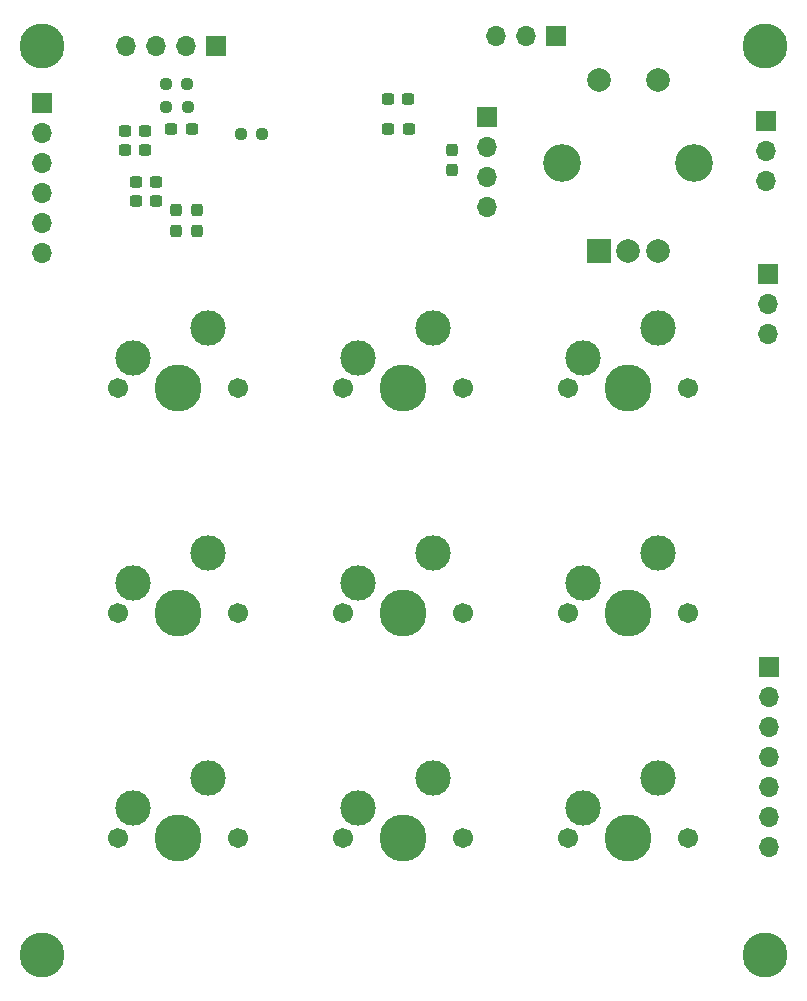
<source format=gts>
%TF.GenerationSoftware,KiCad,Pcbnew,(6.0.0)*%
%TF.CreationDate,2023-01-01T12:45:23-08:00*%
%TF.ProjectId,keyboard_eval,6b657962-6f61-4726-945f-6576616c2e6b,rev?*%
%TF.SameCoordinates,Original*%
%TF.FileFunction,Soldermask,Top*%
%TF.FilePolarity,Negative*%
%FSLAX46Y46*%
G04 Gerber Fmt 4.6, Leading zero omitted, Abs format (unit mm)*
G04 Created by KiCad (PCBNEW (6.0.0)) date 2023-01-01 12:45:23*
%MOMM*%
%LPD*%
G01*
G04 APERTURE LIST*
G04 Aperture macros list*
%AMRoundRect*
0 Rectangle with rounded corners*
0 $1 Rounding radius*
0 $2 $3 $4 $5 $6 $7 $8 $9 X,Y pos of 4 corners*
0 Add a 4 corners polygon primitive as box body*
4,1,4,$2,$3,$4,$5,$6,$7,$8,$9,$2,$3,0*
0 Add four circle primitives for the rounded corners*
1,1,$1+$1,$2,$3*
1,1,$1+$1,$4,$5*
1,1,$1+$1,$6,$7*
1,1,$1+$1,$8,$9*
0 Add four rect primitives between the rounded corners*
20,1,$1+$1,$2,$3,$4,$5,0*
20,1,$1+$1,$4,$5,$6,$7,0*
20,1,$1+$1,$6,$7,$8,$9,0*
20,1,$1+$1,$8,$9,$2,$3,0*%
G04 Aperture macros list end*
%ADD10RoundRect,0.237500X0.250000X0.237500X-0.250000X0.237500X-0.250000X-0.237500X0.250000X-0.237500X0*%
%ADD11C,3.000000*%
%ADD12C,1.701800*%
%ADD13C,3.987800*%
%ADD14C,2.600000*%
%ADD15C,3.800000*%
%ADD16RoundRect,0.237500X0.237500X-0.300000X0.237500X0.300000X-0.237500X0.300000X-0.237500X-0.300000X0*%
%ADD17RoundRect,0.237500X-0.300000X-0.237500X0.300000X-0.237500X0.300000X0.237500X-0.300000X0.237500X0*%
%ADD18R,1.700000X1.700000*%
%ADD19O,1.700000X1.700000*%
%ADD20RoundRect,0.237500X0.300000X0.237500X-0.300000X0.237500X-0.300000X-0.237500X0.300000X-0.237500X0*%
%ADD21RoundRect,0.237500X-0.237500X0.300000X-0.237500X-0.300000X0.237500X-0.300000X0.237500X0.300000X0*%
%ADD22R,2.000000X2.000000*%
%ADD23C,2.000000*%
%ADD24C,3.200000*%
G04 APERTURE END LIST*
D10*
%TO.C,R2*%
X50812500Y-26200000D03*
X48987500Y-26200000D03*
%TD*%
D11*
%TO.C,MX6*%
X90640000Y-63970000D03*
D12*
X83020000Y-69050000D03*
D13*
X88100000Y-69050000D03*
D11*
X84290000Y-66510000D03*
D12*
X93180000Y-69050000D03*
%TD*%
D11*
%TO.C,MX8*%
X71590000Y-83020000D03*
X65240000Y-85560000D03*
D12*
X74130000Y-88100000D03*
D13*
X69050000Y-88100000D03*
D12*
X63970000Y-88100000D03*
%TD*%
D13*
%TO.C,MX7*%
X50000000Y-88100000D03*
D12*
X44920000Y-88100000D03*
D11*
X52540000Y-83020000D03*
D12*
X55080000Y-88100000D03*
D11*
X46190000Y-85560000D03*
%TD*%
D14*
%TO.C,H3*%
X38450000Y-98000000D03*
D15*
X38450000Y-98000000D03*
%TD*%
D16*
%TO.C,C10*%
X51600000Y-36687500D03*
X51600000Y-34962500D03*
%TD*%
D15*
%TO.C,H2*%
X38450000Y-21050000D03*
D14*
X38450000Y-21050000D03*
%TD*%
D17*
%TO.C,C7*%
X46437500Y-34200000D03*
X48162500Y-34200000D03*
%TD*%
D10*
%TO.C,R1*%
X50762500Y-24250000D03*
X48937500Y-24250000D03*
%TD*%
D18*
%TO.C,J3*%
X53200000Y-21100000D03*
D19*
X50660000Y-21100000D03*
X48120000Y-21100000D03*
X45580000Y-21100000D03*
%TD*%
D18*
%TO.C,J6*%
X99950000Y-40375000D03*
D19*
X99950000Y-42915000D03*
X99950000Y-45455000D03*
%TD*%
D17*
%TO.C,C6*%
X67787500Y-28100000D03*
X69512500Y-28100000D03*
%TD*%
D18*
%TO.C,J1*%
X99800000Y-27425000D03*
D19*
X99800000Y-29965000D03*
X99800000Y-32505000D03*
%TD*%
D18*
%TO.C,J2*%
X76150000Y-27100000D03*
D19*
X76150000Y-29640000D03*
X76150000Y-32180000D03*
X76150000Y-34720000D03*
%TD*%
D13*
%TO.C,MX5*%
X69050000Y-69050000D03*
D11*
X71590000Y-63970000D03*
X65240000Y-66510000D03*
D12*
X63970000Y-69050000D03*
X74130000Y-69050000D03*
%TD*%
D18*
%TO.C,J5*%
X81975000Y-20250000D03*
D19*
X79435000Y-20250000D03*
X76895000Y-20250000D03*
%TD*%
D10*
%TO.C,R4*%
X57112500Y-28500000D03*
X55287500Y-28500000D03*
%TD*%
D11*
%TO.C,MX4*%
X52540000Y-63970000D03*
D12*
X44920000Y-69050000D03*
X55080000Y-69050000D03*
D13*
X50000000Y-69050000D03*
D11*
X46190000Y-66510000D03*
%TD*%
D14*
%TO.C,H1*%
X99700000Y-98000000D03*
D15*
X99700000Y-98000000D03*
%TD*%
D13*
%TO.C,MX2*%
X69050000Y-50000000D03*
D11*
X65240000Y-47460000D03*
D12*
X74130000Y-50000000D03*
D11*
X71590000Y-44920000D03*
D12*
X63970000Y-50000000D03*
%TD*%
D16*
%TO.C,C9*%
X49825000Y-36687500D03*
X49825000Y-34962500D03*
%TD*%
D18*
%TO.C,J4*%
X100050000Y-73600000D03*
D19*
X100050000Y-76140000D03*
X100050000Y-78680000D03*
X100050000Y-81220000D03*
X100050000Y-83760000D03*
X100050000Y-86300000D03*
X100050000Y-88840000D03*
%TD*%
D17*
%TO.C,C2*%
X49437500Y-28100000D03*
X51162500Y-28100000D03*
%TD*%
%TO.C,C8*%
X46437500Y-32575000D03*
X48162500Y-32575000D03*
%TD*%
D13*
%TO.C,MX1*%
X50000000Y-50000000D03*
D11*
X46190000Y-47460000D03*
D12*
X55080000Y-50000000D03*
X44920000Y-50000000D03*
D11*
X52540000Y-44920000D03*
%TD*%
%TO.C,MX9*%
X90640000Y-83020000D03*
D12*
X93180000Y-88100000D03*
D11*
X84290000Y-85560000D03*
D13*
X88100000Y-88100000D03*
D12*
X83020000Y-88100000D03*
%TD*%
D20*
%TO.C,C5*%
X69462500Y-25510000D03*
X67737500Y-25510000D03*
%TD*%
%TO.C,C4*%
X47212500Y-29900000D03*
X45487500Y-29900000D03*
%TD*%
D18*
%TO.C,J7*%
X38450000Y-25850000D03*
D19*
X38450000Y-28390000D03*
X38450000Y-30930000D03*
X38450000Y-33470000D03*
X38450000Y-36010000D03*
X38450000Y-38550000D03*
%TD*%
D21*
%TO.C,C1*%
X73200000Y-29837500D03*
X73200000Y-31562500D03*
%TD*%
D20*
%TO.C,C3*%
X47212500Y-28250000D03*
X45487500Y-28250000D03*
%TD*%
D13*
%TO.C,MX3*%
X88100000Y-50000000D03*
D11*
X84290000Y-47460000D03*
X90640000Y-44920000D03*
D12*
X83020000Y-50000000D03*
X93180000Y-50000000D03*
%TD*%
D15*
%TO.C,H4*%
X99700000Y-21050000D03*
D14*
X99700000Y-21050000D03*
%TD*%
D22*
%TO.C,SW1*%
X85600000Y-38450000D03*
D23*
X90600000Y-38450000D03*
X88100000Y-38450000D03*
D24*
X93700000Y-30950000D03*
X82500000Y-30950000D03*
D23*
X90600000Y-23950000D03*
X85600000Y-23950000D03*
%TD*%
M02*

</source>
